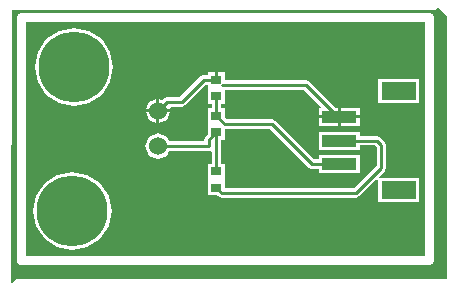
<source format=gtl>
%FSLAX23Y23*%
%MOIN*%
G70*
G01*
G75*
G04 Layer_Physical_Order=1*
G04 Layer_Color=255*
%ADD10R,0.035X0.031*%
%ADD11R,0.118X0.059*%
%ADD12R,0.118X0.039*%
%ADD13C,0.010*%
%ADD14C,0.060*%
%ADD15C,0.039*%
%ADD16C,0.236*%
G36*
X1420Y815D02*
Y-60D01*
X-15D01*
X-30Y-75D01*
X-35Y-73D01*
X-30Y835D01*
X1380D01*
X1390Y845D01*
X1420Y815D01*
D02*
G37*
%LPC*%
G36*
X1360Y826D02*
X0D01*
X-11Y821D01*
X-16Y810D01*
Y0D01*
X-11Y-11D01*
X0Y-16D01*
X1360D01*
X1371Y-11D01*
X1376Y0D01*
Y810D01*
X1371Y821D01*
X1360Y826D01*
D02*
G37*
%LPD*%
G36*
X1344Y16D02*
X16D01*
Y794D01*
X1344D01*
Y16D01*
D02*
G37*
%LPC*%
G36*
X1129Y474D02*
X1065D01*
Y449D01*
X1129D01*
Y474D01*
D02*
G37*
G36*
X1055D02*
X991D01*
Y449D01*
X1055D01*
Y474D01*
D02*
G37*
G36*
X170Y296D02*
X120Y286D01*
X78Y257D01*
X49Y215D01*
X39Y165D01*
X49Y115D01*
X78Y73D01*
X120Y44D01*
X170Y34D01*
X220Y44D01*
X262Y73D01*
X291Y115D01*
X301Y165D01*
X291Y215D01*
X262Y257D01*
X220Y286D01*
X170Y296D01*
D02*
G37*
G36*
X450Y494D02*
X414D01*
X424Y468D01*
X450Y458D01*
Y494D01*
D02*
G37*
G36*
X175Y776D02*
X125Y766D01*
X83Y737D01*
X54Y695D01*
X44Y645D01*
X54Y595D01*
X83Y553D01*
X125Y524D01*
X175Y514D01*
X225Y524D01*
X267Y553D01*
X296Y595D01*
X306Y645D01*
X296Y695D01*
X267Y737D01*
X225Y766D01*
X175Y776D01*
D02*
G37*
G36*
X1326Y605D02*
X1188D01*
Y526D01*
X1326D01*
Y605D01*
D02*
G37*
G36*
X678Y628D02*
X655D01*
Y603D01*
X645D01*
Y628D01*
X622D01*
Y619D01*
X608D01*
X596Y614D01*
X527Y545D01*
X485D01*
X474Y541D01*
X469Y536D01*
X460Y540D01*
Y504D01*
X496D01*
X494Y509D01*
X497Y513D01*
X534D01*
X546Y518D01*
X614Y586D01*
X622D01*
Y577D01*
X622Y577D01*
X622Y573D01*
X622D01*
Y522D01*
X634D01*
Y508D01*
X622D01*
Y457D01*
X622Y457D01*
X622Y453D01*
X622D01*
Y423D01*
X614Y415D01*
X610Y403D01*
Y397D01*
X492D01*
X486Y412D01*
X455Y424D01*
X424Y412D01*
X412Y381D01*
X424Y350D01*
X455Y338D01*
X486Y350D01*
X492Y365D01*
X626D01*
X630Y366D01*
X634Y363D01*
Y323D01*
X622D01*
Y272D01*
X622Y272D01*
X622Y268D01*
X622D01*
Y217D01*
X653D01*
X656Y214D01*
D01*
X656D01*
Y214D01*
D01*
X656D01*
Y214D01*
X656D01*
Y214D01*
D01*
X656D01*
Y214D01*
X667Y209D01*
X1115D01*
X1126Y214D01*
X1183Y270D01*
X1188Y268D01*
Y195D01*
X1326D01*
Y274D01*
X1194D01*
X1192Y279D01*
X1211Y299D01*
X1216Y310D01*
Y385D01*
X1211Y396D01*
X1196Y411D01*
X1185Y416D01*
X1129D01*
Y430D01*
X991D01*
Y370D01*
X1129D01*
Y384D01*
X1178D01*
X1184Y378D01*
Y317D01*
X1108Y241D01*
X678D01*
Y268D01*
D01*
Y268D01*
X678Y268D01*
Y272D01*
X678D01*
Y323D01*
X666D01*
Y402D01*
X678D01*
Y439D01*
X828D01*
X957Y310D01*
X957Y310D01*
X957D01*
X957Y310D01*
X957D01*
Y310D01*
D01*
D01*
D01*
D01*
X957D01*
Y310D01*
D01*
X969Y305D01*
X991D01*
Y292D01*
X1129D01*
Y351D01*
X991D01*
Y337D01*
X975D01*
X846Y466D01*
X835Y471D01*
X684D01*
X678Y478D01*
Y508D01*
X666D01*
Y522D01*
X678D01*
Y569D01*
X943D01*
X999Y513D01*
X997Y508D01*
X991D01*
Y484D01*
X1055D01*
Y508D01*
X1050D01*
X961Y596D01*
X950Y601D01*
X678D01*
Y628D01*
D02*
G37*
G36*
X496Y494D02*
X460D01*
Y458D01*
X486Y468D01*
X496Y494D01*
D02*
G37*
G36*
X1129Y508D02*
X1065D01*
Y484D01*
X1129D01*
Y508D01*
D02*
G37*
G36*
X450Y540D02*
X424Y530D01*
X414Y504D01*
X450D01*
Y540D01*
D02*
G37*
%LPD*%
D10*
X650Y242D02*
D03*
Y298D02*
D03*
X650Y483D02*
D03*
Y427D02*
D03*
Y603D02*
D03*
Y547D02*
D03*
D11*
X1257Y235D02*
D03*
Y565D02*
D03*
D12*
X1060Y479D02*
D03*
Y321D02*
D03*
Y400D02*
D03*
Y479D02*
D03*
D13*
X534Y529D02*
X608Y603D01*
X650D01*
X668Y585D02*
X950D01*
X650Y483D02*
Y547D01*
X455Y499D02*
X485Y529D01*
X534D01*
X650Y483D02*
X678Y455D01*
X835D01*
X626Y403D02*
X650Y427D01*
X650Y295D02*
Y420D01*
X626Y381D02*
Y403D01*
X650Y242D02*
X667Y225D01*
X1115D01*
X950Y585D02*
X1056Y479D01*
X1060Y400D02*
X1185D01*
X1200Y385D01*
Y310D02*
Y385D01*
X1115Y225D02*
X1200Y310D01*
X455Y381D02*
X626D01*
X969Y321D02*
X1060D01*
X835Y455D02*
X969Y321D01*
D14*
X455Y499D02*
D03*
Y381D02*
D03*
D15*
X112Y708D02*
D03*
X238D02*
D03*
X175Y734D02*
D03*
X86Y645D02*
D03*
X112Y582D02*
D03*
X175Y556D02*
D03*
X238Y582D02*
D03*
X264Y645D02*
D03*
X259Y165D02*
D03*
X233Y102D02*
D03*
X170Y76D02*
D03*
X107Y102D02*
D03*
X81Y165D02*
D03*
X170Y254D02*
D03*
X233Y228D02*
D03*
X107D02*
D03*
D16*
X175Y645D02*
D03*
X170Y165D02*
D03*
M02*

</source>
